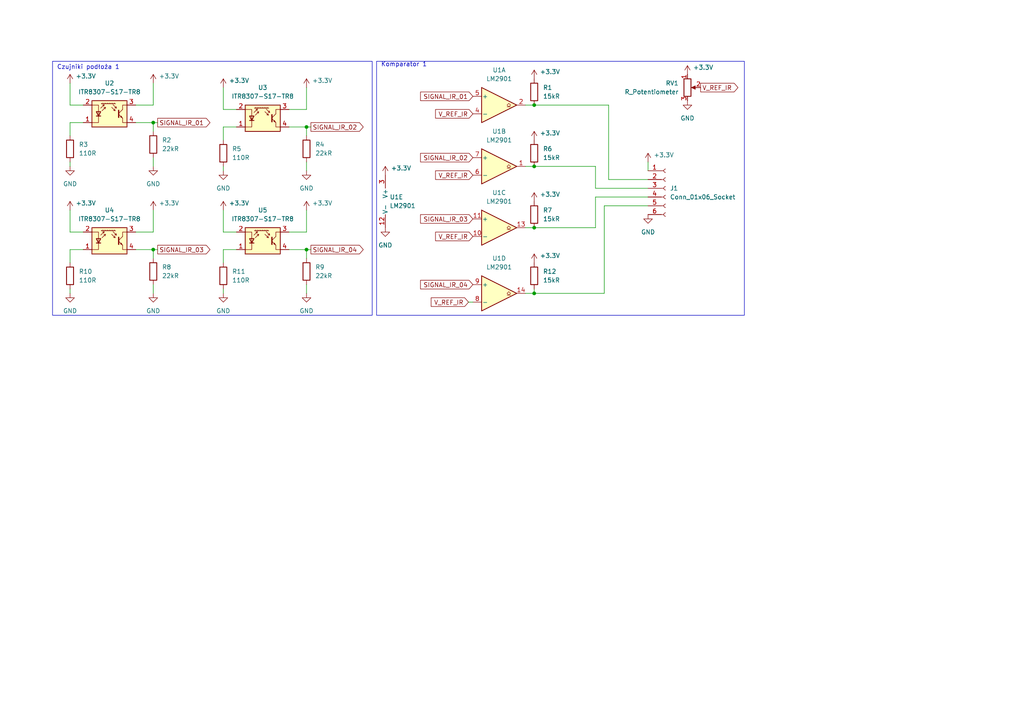
<source format=kicad_sch>
(kicad_sch (version 20230121) (generator eeschema)
  (paper "A4")
  (lib_symbols
    (symbol "Comparator:LM2901" (pin_names (offset 0.127))
      (property "Reference" "U" (at 0 5.08 0))
      (property "Value" "LM2901" (at 0 -5.08 0))
      (symbol "LM2901_1_1"
        (polyline (pts (xy -5.08 5.08) (xy 5.08 0) (xy -5.08 -5.08) (xy -5.08 5.08)) (stroke (width 0.254)) (fill (type background)))
        (polyline (pts (xy 3.302 -0.508) (xy 2.794 -0.508) (xy 3.302 0) (xy 2.794 0.508) (xy 2.286 0) (xy 2.794 -0.508) (xy 2.286 -0.508)) (stroke (width 0.127)))
        (pin open_collector line (at 7.62 0 180) (length 2.54) (name "~") (number "2"))
        (pin input line (at -7.62 -2.54 0) (length 2.54) (name "-") (number "4"))
        (pin input line (at -7.62 2.54 0) (length 2.54) (name "+") (number "5"))
      )
      (symbol "LM2901_2_1"
        (polyline (pts (xy -5.08 5.08) (xy 5.08 0) (xy -5.08 -5.08) (xy -5.08 5.08)) (stroke (width 0.254)) (fill (type background)))
        (polyline (pts (xy 3.302 -0.508) (xy 2.794 -0.508) (xy 3.302 0) (xy 2.794 0.508) (xy 2.286 0) (xy 2.794 -0.508) (xy 2.286 -0.508)) (stroke (width 0.127)))
        (pin open_collector line (at 7.62 0 180) (length 2.54) (name "~") (number "1"))
        (pin input line (at -7.62 -2.54 0) (length 2.54) (name "-") (number "6"))
        (pin input line (at -7.62 2.54 0) (length 2.54) (name "+") (number "7"))
      )
      (symbol "LM2901_3_1"
        (polyline (pts (xy -5.08 5.08) (xy 5.08 0) (xy -5.08 -5.08) (xy -5.08 5.08)) (stroke (width 0.254)) (fill (type background)))
        (polyline (pts (xy 3.302 -0.508) (xy 2.794 -0.508) (xy 3.302 0) (xy 2.794 0.508) (xy 2.286 0) (xy 2.794 -0.508) (xy 2.286 -0.508)) (stroke (width 0.127)))
        (pin input line (at -7.62 -2.54 0) (length 2.54) (name "-") (number "10"))
        (pin input line (at -7.62 2.54 0) (length 2.54) (name "+") (number "11"))
        (pin open_collector line (at 7.62 0 180) (length 2.54) (name "~") (number "13"))
      )
      (symbol "LM2901_4_1"
        (polyline (pts (xy -5.08 5.08) (xy 5.08 0) (xy -5.08 -5.08) (xy -5.08 5.08)) (stroke (width 0.254)) (fill (type background)))
        (polyline (pts (xy 3.302 -0.508) (xy 2.794 -0.508) (xy 3.302 0) (xy 2.794 0.508) (xy 2.286 0) (xy 2.794 -0.508) (xy 2.286 -0.508)) (stroke (width 0.127)))
        (pin open_collector line (at 7.62 0 180) (length 2.54) (name "~") (number "14"))
        (pin input line (at -7.62 -2.54 0) (length 2.54) (name "-") (number "8"))
        (pin input line (at -7.62 2.54 0) (length 2.54) (name "+") (number "9"))
      )
      (symbol "LM2901_5_1"
        (pin power_in line (at -2.54 -7.62 90) (length 3.81) (name "V-") (number "12"))
        (pin power_in line (at -2.54 7.62 270) (length 3.81) (name "V+") (number "3"))
      )
    )
    (symbol "Connector:Conn_01x06_Socket" (pin_names (offset 1.016) hide)
      (property "Reference" "J" (at 0 7.62 0))
      (property "Value" "Conn_01x06_Socket" (at 0 -10.16 0))
      (symbol "Conn_01x06_Socket_1_1"
        (arc (start 0 -7.112) (mid -0.5058 -7.62) (end 0 -8.128) (stroke (width 0.1524)))
        (arc (start 0 -4.572) (mid -0.5058 -5.08) (end 0 -5.588) (stroke (width 0.1524)))
        (arc (start 0 -2.032) (mid -0.5058 -2.54) (end 0 -3.048) (stroke (width 0.1524)))
        (polyline (pts (xy -1.27 -7.62) (xy -0.508 -7.62)) (stroke (width 0.1524)))
        (polyline (pts (xy -1.27 -5.08) (xy -0.508 -5.08)) (stroke (width 0.1524)))
        (polyline (pts (xy -1.27 -2.54) (xy -0.508 -2.54)) (stroke (width 0.1524)))
        (polyline (pts (xy -1.27 0) (xy -0.508 0)) (stroke (width 0.1524)))
        (polyline (pts (xy -1.27 2.54) (xy -0.508 2.54)) (stroke (width 0.1524)))
        (polyline (pts (xy -1.27 5.08) (xy -0.508 5.08)) (stroke (width 0.1524)))
        (arc (start 0 0.508) (mid -0.5058 0) (end 0 -0.508) (stroke (width 0.1524)))
        (arc (start 0 3.048) (mid -0.5058 2.54) (end 0 2.032) (stroke (width 0.1524)))
        (arc (start 0 5.588) (mid -0.5058 5.08) (end 0 4.572) (stroke (width 0.1524)))
        (pin passive line (at -5.08 5.08 0) (length 3.81) (name "Pin_1") (number "1"))
        (pin passive line (at -5.08 2.54 0) (length 3.81) (name "Pin_2") (number "2"))
        (pin passive line (at -5.08 0 0) (length 3.81) (name "Pin_3") (number "3"))
        (pin passive line (at -5.08 -2.54 0) (length 3.81) (name "Pin_4") (number "4"))
        (pin passive line (at -5.08 -5.08 0) (length 3.81) (name "Pin_5") (number "5"))
        (pin passive line (at -5.08 -7.62 0) (length 3.81) (name "Pin_6") (number "6"))
      )
    )
    (symbol "Device:R" (pin_numbers hide) (pin_names (offset 0))
      (property "Reference" "R" (at 2.032 0 90))
      (property "Value" "R" (at 0 0 90))
      (symbol "R_0_1"
        (rectangle (start -1.016 -2.54) (end 1.016 2.54) (stroke (width 0.254)))
      )
      (symbol "R_1_1"
        (pin passive line (at 0 3.81 270) (length 1.27) (name "~") (number "1"))
        (pin passive line (at 0 -3.81 90) (length 1.27) (name "~") (number "2"))
      )
    )
    (symbol "Device:R_Potentiometer" (pin_names (offset 1.016) hide)
      (property "Reference" "RV" (at -4.445 0 90))
      (property "Value" "R_Potentiometer" (at -2.54 0 90))
      (symbol "R_Potentiometer_0_1"
        (polyline (pts (xy 2.54 0) (xy 1.524 0)))
        (polyline (pts (xy 1.143 0) (xy 2.286 0.508) (xy 2.286 -0.508) (xy 1.143 0)) (fill (type outline)))
        (rectangle (start 1.016 2.54) (end -1.016 -2.54) (stroke (width 0.254)))
      )
      (symbol "R_Potentiometer_1_1"
        (pin passive line (at 0 3.81 270) (length 1.27) (name "1") (number "1"))
        (pin passive line (at 3.81 0 180) (length 1.27) (name "2") (number "2"))
        (pin passive line (at 0 -3.81 90) (length 1.27) (name "3") (number "3"))
      )
    )
    (symbol "Sensor_Proximity:ITR8307-S17-TR8" (pin_names (offset 0.0254) hide)
      (property "Reference" "U" (at -3.81 5.08 0))
      (property "Value" "ITR8307-S17-TR8" (at 15.24 5.08 0))
      (symbol "ITR8307-S17-TR8_0_1"
        (polyline (pts (xy -3.81 -0.635) (xy -2.54 -0.635)) (stroke (width 0.254)))
        (polyline (pts (xy -2.286 2.921) (xy -2.032 3.175)))
        (polyline (pts (xy -1.778 2.921) (xy -1.524 3.175)))
        (polyline (pts (xy -1.524 2.667) (xy -1.651 2.159)))
        (polyline (pts (xy -1.27 2.921) (xy -1.016 3.175)))
        (polyline (pts (xy -1.143 1.905) (xy -1.27 1.397)))
        (polyline (pts (xy -0.762 2.921) (xy -0.508 3.175)))
        (polyline (pts (xy -0.254 2.921) (xy 0 3.175)))
        (polyline (pts (xy 0.254 2.921) (xy 0.508 3.175)))
        (polyline (pts (xy 0.762 2.921) (xy 1.016 3.175)))
        (polyline (pts (xy 1.27 2.921) (xy 1.524 3.175)))
        (polyline (pts (xy 1.651 0.889) (xy 1.143 1.016)))
        (polyline (pts (xy 1.778 2.921) (xy -2.413 2.921)))
        (polyline (pts (xy 2.032 1.651) (xy 1.524 1.778)))
        (polyline (pts (xy 2.667 -0.127) (xy 3.81 -1.27)))
        (polyline (pts (xy 2.667 0.127) (xy 3.81 1.27)))
        (polyline (pts (xy -2.54 1.651) (xy -1.524 2.667) (xy -2.032 2.54)))
        (polyline (pts (xy -2.159 0.889) (xy -1.143 1.905) (xy -1.651 1.778)))
        (polyline (pts (xy 0.635 1.905) (xy 1.651 0.889) (xy 1.524 1.397)))
        (polyline (pts (xy 1.016 2.667) (xy 2.032 1.651) (xy 1.905 2.159)))
        (polyline (pts (xy 2.667 1.016) (xy 2.667 -1.016) (xy 2.667 -1.016)) (stroke (width 0.3556)))
        (polyline (pts (xy 3.81 -1.27) (xy 3.81 -2.54) (xy 5.08 -2.54)))
        (polyline (pts (xy 3.81 1.27) (xy 3.81 2.54) (xy 5.08 2.54)))
        (polyline (pts (xy -5.08 -2.54) (xy -3.175 -2.54) (xy -3.175 2.54) (xy -5.08 2.54)))
        (polyline (pts (xy -3.175 -0.635) (xy -3.81 0.635) (xy -2.54 0.635) (xy -3.175 -0.635)) (stroke (width 0.254)))
        (polyline (pts (xy 3.683 -1.143) (xy 3.429 -0.635) (xy 3.175 -0.889) (xy 3.683 -1.143)))
        (polyline (pts (xy -5.08 -3.81) (xy 5.08 -3.81) (xy 5.08 3.81) (xy -5.08 3.81) (xy -5.08 -3.81)) (stroke (width 0.254)) (fill (type background)))
      )
      (symbol "ITR8307-S17-TR8_1_1"
        (pin passive line (at -7.62 -2.54 0) (length 2.54) (name "K") (number "1"))
        (pin passive line (at -7.62 2.54 0) (length 2.54) (name "A") (number "2"))
        (pin open_collector line (at 7.62 2.54 180) (length 2.54) (name "~") (number "3"))
        (pin open_emitter line (at 7.62 -2.54 180) (length 2.54) (name "~") (number "4"))
      )
    )
    (symbol "power:+3.3V" (power) (pin_names (offset 0))
      (property "Value" "+3.3V" (at 0 3.556 0))
      (symbol "+3.3V_0_1"
        (polyline (pts (xy -0.762 1.27) (xy 0 2.54)))
        (polyline (pts (xy 0 0) (xy 0 2.54)))
        (polyline (pts (xy 0 2.54) (xy 0.762 1.27)))
      )
      (symbol "+3.3V_1_1"
        (pin power_in line (at 0 0 90) (length 0) hide (name "+3.3V") (number "1"))
      )
    )
    (symbol "power:GND" (power) (pin_names (offset 0))
      (property "Value" "GND" (at 0 -3.81 0))
      (symbol "GND_0_1"
        (polyline (pts (xy 0 0) (xy 0 -1.27) (xy 1.27 -1.27) (xy 0 -2.54) (xy -1.27 -1.27) (xy 0 -1.27)))
      )
      (symbol "GND_1_1"
        (pin power_in line (at 0 0 270) (length 0) hide (name "GND") (number "1"))
      )
    )
  )
  (junction (at 88.9 72.39))
  (junction (at 154.94 66.04))
  (junction (at 44.45 35.56))
  (junction (at 88.9 36.83))
  (junction (at 154.94 48.26))
  (junction (at 154.94 85.09))
  (junction (at 44.45 72.39))
  (junction (at 154.94 30.48))
  (wire (pts (xy 44.45 72.39) (xy 44.45 74.93)))
  (wire (pts (xy 39.37 67.31) (xy 44.45 67.31)))
  (wire (pts (xy 88.9 36.83) (xy 90.17 36.83)))
  (wire (pts (xy 64.77 48.26) (xy 64.77 49.53)))
  (wire (pts (xy 172.72 54.61) (xy 187.96 54.61)))
  (wire (pts (xy 152.4 66.04) (xy 154.94 66.04)))
  (wire (pts (xy 88.9 82.55) (xy 88.9 85.09)))
  (wire (pts (xy 154.94 48.26) (xy 172.72 48.26)))
  (wire (pts (xy 44.45 24.13) (xy 44.45 30.48)))
  (wire (pts (xy 64.77 60.96) (xy 64.77 67.31)))
  (wire (pts (xy 64.77 72.39) (xy 68.58 72.39)))
  (wire (pts (xy 88.9 46.99) (xy 88.9 49.53)))
  (wire (pts (xy 20.32 24.13) (xy 20.32 30.48)))
  (wire (pts (xy 44.45 45.72) (xy 44.45 48.26)))
  (wire (pts (xy 172.72 57.15) (xy 187.96 57.15)))
  (wire (pts (xy 44.45 60.96) (xy 44.45 67.31)))
  (wire (pts (xy 88.9 39.37) (xy 88.9 36.83)))
  (wire (pts (xy 172.72 66.04) (xy 172.72 57.15)))
  (wire (pts (xy 20.32 39.37) (xy 20.32 35.56)))
  (wire (pts (xy 44.45 35.56) (xy 45.72 35.56)))
  (wire (pts (xy 88.9 25.4) (xy 88.9 31.75)))
  (wire (pts (xy 64.77 76.2) (xy 64.77 72.39)))
  (wire (pts (xy 44.45 35.56) (xy 44.45 38.1)))
  (wire (pts (xy 20.32 72.39) (xy 24.13 72.39)))
  (wire (pts (xy 83.82 31.75) (xy 88.9 31.75)))
  (wire (pts (xy 175.26 85.09) (xy 175.26 59.69)))
  (wire (pts (xy 64.77 40.64) (xy 64.77 36.83)))
  (wire (pts (xy 172.72 48.26) (xy 172.72 54.61)))
  (wire (pts (xy 44.45 72.39) (xy 45.72 72.39)))
  (wire (pts (xy 44.45 72.39) (xy 39.37 72.39)))
  (wire (pts (xy 154.94 66.04) (xy 172.72 66.04)))
  (wire (pts (xy 64.77 67.31) (xy 68.58 67.31)))
  (wire (pts (xy 175.26 59.69) (xy 187.96 59.69)))
  (wire (pts (xy 20.32 30.48) (xy 24.13 30.48)))
  (wire (pts (xy 20.32 35.56) (xy 24.13 35.56)))
  (wire (pts (xy 154.94 30.48) (xy 152.4 30.48)))
  (wire (pts (xy 44.45 82.55) (xy 44.45 85.09)))
  (wire (pts (xy 64.77 36.83) (xy 68.58 36.83)))
  (wire (pts (xy 176.53 52.07) (xy 187.96 52.07)))
  (wire (pts (xy 64.77 83.82) (xy 64.77 85.09)))
  (wire (pts (xy 20.32 60.96) (xy 20.32 67.31)))
  (wire (pts (xy 152.4 85.09) (xy 154.94 85.09)))
  (wire (pts (xy 64.77 25.4) (xy 64.77 31.75)))
  (wire (pts (xy 154.94 48.26) (xy 152.4 48.26)))
  (wire (pts (xy 154.94 85.09) (xy 175.26 85.09)))
  (wire (pts (xy 20.32 83.82) (xy 20.32 85.09)))
  (wire (pts (xy 64.77 31.75) (xy 68.58 31.75)))
  (wire (pts (xy 88.9 36.83) (xy 83.82 36.83)))
  (wire (pts (xy 20.32 67.31) (xy 24.13 67.31)))
  (wire (pts (xy 187.96 46.99) (xy 187.96 49.53)))
  (wire (pts (xy 20.32 46.99) (xy 20.32 48.26)))
  (wire (pts (xy 137.16 87.63) (xy 135.89 87.63)))
  (wire (pts (xy 88.9 60.96) (xy 88.9 67.31)))
  (wire (pts (xy 88.9 74.93) (xy 88.9 72.39)))
  (wire (pts (xy 39.37 30.48) (xy 44.45 30.48)))
  (wire (pts (xy 44.45 35.56) (xy 39.37 35.56)))
  (wire (pts (xy 176.53 30.48) (xy 176.53 52.07)))
  (wire (pts (xy 154.94 30.48) (xy 176.53 30.48)))
  (wire (pts (xy 88.9 72.39) (xy 90.17 72.39)))
  (wire (pts (xy 20.32 76.2) (xy 20.32 72.39)))
  (wire (pts (xy 154.94 83.82) (xy 154.94 85.09)))
  (wire (pts (xy 88.9 72.39) (xy 83.82 72.39)))
  (wire (pts (xy 83.82 67.31) (xy 88.9 67.31)))
  (rectangle (start 15.24 17.78) (end 107.95 91.44))
  (rectangle (start 109.22 17.78) (end 215.9 91.44))
  (text "Komparator 1\n\n" (at 110.49 21.59 0) (effects (font (size 1.27 1.27)) (justify left bottom)))
  (text "Czujniki podłoża 1\n" (at 16.51 20.32 0) (effects (font (size 1.27 1.27)) (justify left bottom)))
  (global_label "SIGNAL_IR_04" (shape output) (at 90.17 72.39 0) (property "Intersheetrefs" "${INTERSHEET_REFS}" (effects hide)))
  (global_label "SIGNAL_IR_01" (shape output) (at 45.72 35.56 0) (property "Intersheetrefs" "${INTERSHEET_REFS}" (effects hide)))
  (global_label "SIGNAL_IR_02" (shape output) (at 90.17 36.83 0) (property "Intersheetrefs" "${INTERSHEET_REFS}" (effects hide)))
  (global_label "V_REF_IR" (shape output) (at 203.2 25.4 0) (property "Intersheetrefs" "${INTERSHEET_REFS}" (effects hide)))
  (global_label "SIGNAL_IR_03" (shape input) (at 137.16 63.5 180) (property "Intersheetrefs" "${INTERSHEET_REFS}" (effects hide)))
  (global_label "V_REF_IR" (shape input) (at 137.16 50.8 180) (property "Intersheetrefs" "${INTERSHEET_REFS}" (effects hide)))
  (global_label "V_REF_IR" (shape input) (at 137.16 68.58 180) (property "Intersheetrefs" "${INTERSHEET_REFS}" (effects hide)))
  (global_label "SIGNAL_IR_02" (shape input) (at 137.16 45.72 180) (property "Intersheetrefs" "${INTERSHEET_REFS}" (effects hide)))
  (global_label "SIGNAL_IR_04" (shape input) (at 137.16 82.55 180) (property "Intersheetrefs" "${INTERSHEET_REFS}" (effects hide)))
  (global_label "V_REF_IR" (shape input) (at 135.89 87.63 180) (property "Intersheetrefs" "${INTERSHEET_REFS}" (effects hide)))
  (global_label "SIGNAL_IR_03" (shape output) (at 45.72 72.39 0) (property "Intersheetrefs" "${INTERSHEET_REFS}" (effects hide)))
  (global_label "V_REF_IR" (shape input) (at 137.16 33.02 180) (property "Intersheetrefs" "${INTERSHEET_REFS}" (effects hide)))
  (global_label "SIGNAL_IR_01" (shape input) (at 137.16 27.94 180) (property "Intersheetrefs" "${INTERSHEET_REFS}" (effects hide)))
  (symbol (lib_id "power:GND") (at 64.77 49.53 0) (unit 1)
    (property "Reference" "#PWR09" (effects hide))
    (property "Value" "GND" (at 64.77 54.61 0))
  )
  (symbol (lib_id "power:+3.3V") (at 111.76 50.8 0) (unit 1)
    (property "Reference" "#PWR011" (effects hide))
    (property "Value" "+3.3V" (at 116.332 48.768 0))
  )
  (symbol (lib_id "Device:R") (at 64.77 44.45 0) (unit 1)
    (property "Reference" "R5" (at 67.31 43.18 0) (effects (justify left)))
    (property "Value" "110R" (at 67.31 45.72 0) (effects (justify left)))
    (property "Footprint" "Resistor_SMD:R_0612_1632Metric" (effects hide))
  )
  (symbol (lib_id "Comparator:LM2901") (at 144.78 30.48 0) (unit 1)
    (property "Reference" "U1" (at 144.78 20.32 0))
    (property "Value" "LM2901" (at 144.78 22.86 0))
    (property "Footprint" "User_defined_footprints:SOIC127P600X175-14N" (effects hide))
    (property "Datasheet" "https://www.st.com/resource/en/datasheet/lm2901.pdf" (effects hide))
  )
  (symbol (lib_id "power:+3.3V") (at 44.45 60.96 0) (unit 1)
    (property "Reference" "#PWR014" (effects hide))
    (property "Value" "+3.3V" (at 49.022 58.928 0))
  )
  (symbol (lib_id "power:GND") (at 199.39 29.21 0) (unit 1)
    (property "Reference" "#PWR026" (effects hide))
    (property "Value" "GND" (at 199.39 34.29 0))
  )
  (symbol (lib_id "power:+3.3V") (at 64.77 25.4 0) (unit 1)
    (property "Reference" "#PWR04" (effects hide))
    (property "Value" "+3.3V" (at 69.342 23.368 0))
  )
  (symbol (lib_id "Device:R") (at 154.94 26.67 0) (unit 1)
    (property "Reference" "R1" (at 157.48 25.4 0) (effects (justify left)))
    (property "Value" "15kR" (at 157.48 27.94 0) (effects (justify left)))
    (property "Footprint" "Resistor_SMD:R_0612_1632Metric" (effects hide))
  )
  (symbol (lib_id "power:+3.3V") (at 154.94 58.42 0) (unit 1)
    (property "Reference" "#PWR012" (effects hide))
    (property "Value" "+3.3V" (at 159.512 56.388 0))
  )
  (symbol (lib_id "power:+3.3V") (at 88.9 25.4 0) (unit 1)
    (property "Reference" "#PWR05" (effects hide))
    (property "Value" "+3.3V" (at 93.472 23.368 0))
  )
  (symbol (lib_id "power:+3.3V") (at 88.9 60.96 0) (unit 1)
    (property "Reference" "#PWR016" (effects hide))
    (property "Value" "+3.3V" (at 93.472 58.928 0))
  )
  (symbol (lib_id "Device:R") (at 154.94 80.01 0) (unit 1)
    (property "Reference" "R12" (at 157.48 78.74 0) (effects (justify left)))
    (property "Value" "15kR" (at 157.48 81.28 0) (effects (justify left)))
    (property "Footprint" "Resistor_SMD:R_0612_1632Metric" (effects hide))
  )
  (symbol (lib_id "power:GND") (at 64.77 85.09 0) (unit 1)
    (property "Reference" "#PWR021" (effects hide))
    (property "Value" "GND" (at 64.77 90.17 0))
  )
  (symbol (lib_id "Device:R") (at 44.45 41.91 0) (unit 1)
    (property "Reference" "R2" (at 46.99 40.64 0) (effects (justify left)))
    (property "Value" "22kR" (at 46.99 43.18 0) (effects (justify left)))
    (property "Footprint" "Resistor_SMD:R_0612_1632Metric" (effects hide))
  )
  (symbol (lib_id "power:GND") (at 88.9 49.53 0) (unit 1)
    (property "Reference" "#PWR010" (effects hide))
    (property "Value" "GND" (at 88.9 54.61 0))
  )
  (symbol (lib_id "Device:R") (at 88.9 43.18 0) (unit 1)
    (property "Reference" "R4" (at 91.44 41.91 0) (effects (justify left)))
    (property "Value" "22kR" (at 91.44 44.45 0) (effects (justify left)))
    (property "Footprint" "Resistor_SMD:R_0612_1632Metric" (effects hide))
  )
  (symbol (lib_id "power:+3.3V") (at 187.96 46.99 0) (unit 1)
    (property "Reference" "#PWR023" (effects hide))
    (property "Value" "+3.3V" (at 192.532 44.958 0))
  )
  (symbol (lib_id "power:GND") (at 44.45 85.09 0) (unit 1)
    (property "Reference" "#PWR020" (effects hide))
    (property "Value" "GND" (at 44.45 90.17 0))
  )
  (symbol (lib_id "power:GND") (at 187.96 62.23 0) (unit 1)
    (property "Reference" "#PWR024" (effects hide))
    (property "Value" "GND" (at 187.96 67.31 0))
  )
  (symbol (lib_id "power:GND") (at 44.45 48.26 0) (unit 1)
    (property "Reference" "#PWR08" (effects hide))
    (property "Value" "GND" (at 44.45 53.34 0))
  )
  (symbol (lib_id "Comparator:LM2901") (at 144.78 66.04 0) (unit 3)
    (property "Reference" "U1" (at 144.78 55.88 0))
    (property "Value" "LM2901" (at 144.78 58.42 0))
    (property "Footprint" "User_defined_footprints:SOIC127P600X175-14N" (effects hide))
    (property "Datasheet" "https://www.st.com/resource/en/datasheet/lm2901.pdf" (effects hide))
  )
  (symbol (lib_id "power:GND") (at 20.32 48.26 0) (unit 1)
    (property "Reference" "#PWR07" (effects hide))
    (property "Value" "GND" (at 20.32 53.34 0))
  )
  (symbol (lib_id "Device:R") (at 64.77 80.01 0) (unit 1)
    (property "Reference" "R11" (at 67.31 78.74 0) (effects (justify left)))
    (property "Value" "110R" (at 67.31 81.28 0) (effects (justify left)))
    (property "Footprint" "Resistor_SMD:R_0612_1632Metric" (effects hide))
  )
  (symbol (lib_id "Sensor_Proximity:ITR8307-S17-TR8") (at 31.75 33.02 0) (unit 1)
    (property "Reference" "U2" (at 31.75 24.13 0))
    (property "Value" "ITR8307-S17-TR8" (at 31.75 26.67 0))
    (property "Footprint" "OptoDevice:Everlight_ITR1201SR10AR" (effects hide))
    (property "Datasheet" "https://datasheet.lcsc.com/szlcsc/1810010232_Everlight-Elec-ITR8307-S17-TR8-B_C81632.pdf" (effects hide))
  )
  (symbol (lib_id "Comparator:LM2901") (at 144.78 85.09 0) (unit 4)
    (property "Reference" "U1" (at 144.78 74.93 0))
    (property "Value" "LM2901" (at 144.78 77.47 0))
    (property "Footprint" "User_defined_footprints:SOIC127P600X175-14N" (effects hide))
    (property "Datasheet" "https://www.st.com/resource/en/datasheet/lm2901.pdf" (effects hide))
  )
  (symbol (lib_id "Device:R") (at 20.32 80.01 0) (unit 1)
    (property "Reference" "R10" (at 22.86 78.74 0) (effects (justify left)))
    (property "Value" "110R" (at 22.86 81.28 0) (effects (justify left)))
    (property "Footprint" "Resistor_SMD:R_0612_1632Metric" (effects hide))
  )
  (symbol (lib_id "power:+3.3V") (at 44.45 24.13 0) (unit 1)
    (property "Reference" "#PWR03" (effects hide))
    (property "Value" "+3.3V" (at 49.022 22.098 0))
  )
  (symbol (lib_id "Connector:Conn_01x06_Socket") (at 193.04 54.61 0) (unit 1)
    (property "Reference" "J1" (at 194.31 54.61 0) (effects (justify left)))
    (property "Value" "Conn_01x06_Socket" (at 194.31 57.15 0) (effects (justify left)))
    (property "Footprint" "Connector_JST:JST_XH_B6B-XH-AM_1x06_P2.50mm_Vertical" (effects hide))
  )
  (symbol (lib_id "Device:R") (at 44.45 78.74 0) (unit 1)
    (property "Reference" "R8" (at 46.99 77.47 0) (effects (justify left)))
    (property "Value" "22kR" (at 46.99 80.01 0) (effects (justify left)))
    (property "Footprint" "Resistor_SMD:R_0612_1632Metric" (effects hide))
  )
  (symbol (lib_id "power:+3.3V") (at 20.32 60.96 0) (unit 1)
    (property "Reference" "#PWR013" (effects hide))
    (property "Value" "+3.3V" (at 24.892 58.928 0))
  )
  (symbol (lib_id "power:+3.3V") (at 154.94 40.64 0) (unit 1)
    (property "Reference" "#PWR06" (effects hide))
    (property "Value" "+3.3V" (at 159.512 38.608 0))
  )
  (symbol (lib_id "Device:R") (at 154.94 44.45 0) (unit 1)
    (property "Reference" "R6" (at 157.48 43.18 0) (effects (justify left)))
    (property "Value" "15kR" (at 157.48 45.72 0) (effects (justify left)))
    (property "Footprint" "Resistor_SMD:R_0612_1632Metric" (effects hide))
  )
  (symbol (lib_id "Device:R") (at 20.32 43.18 0) (unit 1)
    (property "Reference" "R3" (at 22.86 41.91 0) (effects (justify left)))
    (property "Value" "110R" (at 22.86 44.45 0) (effects (justify left)))
    (property "Footprint" "Resistor_SMD:R_0612_1632Metric" (effects hide))
  )
  (symbol (lib_id "power:GND") (at 111.76 66.04 0) (unit 1)
    (property "Reference" "#PWR017" (effects hide))
    (property "Value" "GND" (at 111.76 71.12 0))
  )
  (symbol (lib_id "Device:R") (at 154.94 62.23 0) (unit 1)
    (property "Reference" "R7" (at 157.48 60.96 0) (effects (justify left)))
    (property "Value" "15kR" (at 157.48 63.5 0) (effects (justify left)))
    (property "Footprint" "Resistor_SMD:R_0612_1632Metric" (effects hide))
  )
  (symbol (lib_id "power:+3.3V") (at 199.39 21.59 0) (unit 1)
    (property "Reference" "#PWR025" (effects hide))
    (property "Value" "+3.3V" (at 203.962 19.558 0))
  )
  (symbol (lib_id "Device:R_Potentiometer") (at 199.39 25.4 0) (unit 1)
    (property "Reference" "RV1" (at 196.85 24.13 0) (effects (justify right)))
    (property "Value" "R_Potentiometer" (at 196.85 26.67 0) (effects (justify right)))
  )
  (symbol (lib_id "Comparator:LM2901") (at 144.78 48.26 0) (unit 2)
    (property "Reference" "U1" (at 144.78 38.1 0))
    (property "Value" "LM2901" (at 144.78 40.64 0))
    (property "Footprint" "User_defined_footprints:SOIC127P600X175-14N" (effects hide))
    (property "Datasheet" "https://www.st.com/resource/en/datasheet/lm2901.pdf" (effects hide))
  )
  (symbol (lib_id "Sensor_Proximity:ITR8307-S17-TR8") (at 76.2 69.85 0) (unit 1)
    (property "Reference" "U5" (at 76.2 60.96 0))
    (property "Value" "ITR8307-S17-TR8" (at 76.2 63.5 0))
    (property "Footprint" "OptoDevice:Everlight_ITR1201SR10AR" (effects hide))
    (property "Datasheet" "https://datasheet.lcsc.com/szlcsc/1810010232_Everlight-Elec-ITR8307-S17-TR8-B_C81632.pdf" (effects hide))
  )
  (symbol (lib_id "power:+3.3V") (at 64.77 60.96 0) (unit 1)
    (property "Reference" "#PWR015" (effects hide))
    (property "Value" "+3.3V" (at 69.342 58.928 0))
  )
  (symbol (lib_id "Sensor_Proximity:ITR8307-S17-TR8") (at 31.75 69.85 0) (unit 1)
    (property "Reference" "U4" (at 31.75 60.96 0))
    (property "Value" "ITR8307-S17-TR8" (at 31.75 63.5 0))
    (property "Footprint" "OptoDevice:Everlight_ITR1201SR10AR" (effects hide))
    (property "Datasheet" "https://datasheet.lcsc.com/szlcsc/1810010232_Everlight-Elec-ITR8307-S17-TR8-B_C81632.pdf" (effects hide))
  )
  (symbol (lib_id "power:+3.3V") (at 154.94 76.2 0) (unit 1)
    (property "Reference" "#PWR018" (effects hide))
    (property "Value" "+3.3V" (at 159.512 74.168 0))
  )
  (symbol (lib_id "power:+3.3V") (at 154.94 22.86 0) (unit 1)
    (property "Reference" "#PWR01" (effects hide))
    (property "Value" "+3.3V" (at 159.512 20.828 0))
  )
  (symbol (lib_id "Sensor_Proximity:ITR8307-S17-TR8") (at 76.2 34.29 0) (unit 1)
    (property "Reference" "U3" (at 76.2 25.4 0))
    (property "Value" "ITR8307-S17-TR8" (at 76.2 27.94 0))
    (property "Footprint" "OptoDevice:Everlight_ITR1201SR10AR" (effects hide))
    (property "Datasheet" "https://datasheet.lcsc.com/szlcsc/1810010232_Everlight-Elec-ITR8307-S17-TR8-B_C81632.pdf" (effects hide))
  )
  (symbol (lib_id "Comparator:LM2901") (at 114.3 58.42 0) (unit 5)
    (property "Reference" "U1" (at 113.03 57.15 0) (effects (justify left)))
    (property "Value" "LM2901" (at 113.03 59.69 0) (effects (justify left)))
    (property "Footprint" "User_defined_footprints:SOIC127P600X175-14N" (effects hide))
    (property "Datasheet" "https://www.st.com/resource/en/datasheet/lm2901.pdf" (effects hide))
  )
  (symbol (lib_id "power:GND") (at 88.9 85.09 0) (unit 1)
    (property "Reference" "#PWR022" (effects hide))
    (property "Value" "GND" (at 88.9 90.17 0))
  )
  (symbol (lib_id "power:GND") (at 20.32 85.09 0) (unit 1)
    (property "Reference" "#PWR019" (effects hide))
    (property "Value" "GND" (at 20.32 90.17 0))
  )
  (symbol (lib_id "power:+3.3V") (at 20.32 24.13 0) (unit 1)
    (property "Reference" "#PWR02" (effects hide))
    (property "Value" "+3.3V" (at 24.892 22.098 0))
  )
  (symbol (lib_id "Device:R") (at 88.9 78.74 0) (unit 1)
    (property "Reference" "R9" (at 91.44 77.47 0) (effects (justify left)))
    (property "Value" "22kR" (at 91.44 80.01 0) (effects (justify left)))
    (property "Footprint" "Resistor_SMD:R_0612_1632Metric" (effects hide))
  )
)
</source>
